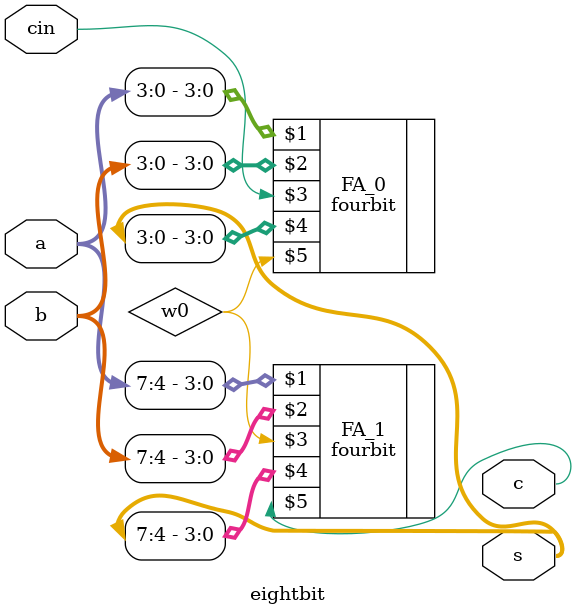
<source format=v>
`include "ffa.v"
module eightbit(a,b,cin,s,c);
input[7:0] a,b;
input cin;
output[7:0] s;
output c;
wire w0,w1;
fourbit FA_0(a[3:0],b[3:0],cin,s[3:0],w0);
fourbit FA_1(a[7:4],b[7:4],w0,s[7:4],c);
endmodule

</source>
